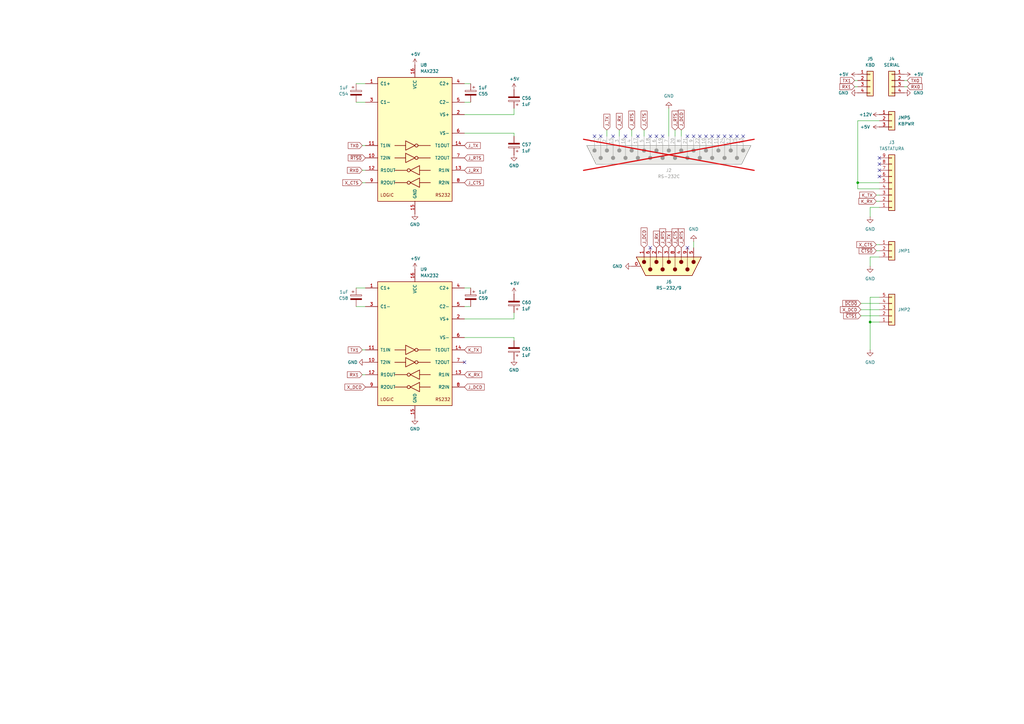
<source format=kicad_sch>
(kicad_sch (version 20231120) (generator "eeschema") (generator_version "8.0")
  (paper "A3")
  (lib_symbols
    (symbol "Connector:DB25_Plug" (pin_names (offset 1.016) hide)
      (property "Reference" "J" (at 0 34.29 0))
      (property "Value" "DB25_Plug" (at 0 -34.925 0))
      (symbol "DB25_Plug_0_1"
        (circle (center -1.778 -30.48) (radius 0.762) (fill (type outline)))
        (circle (center -1.778 -25.4) (radius 0.762) (fill (type outline)))
        (circle (center -1.778 -20.32) (radius 0.762) (fill (type outline)))
        (circle (center -1.778 -15.24) (radius 0.762) (fill (type outline)))
        (circle (center -1.778 -10.16) (radius 0.762) (fill (type outline)))
        (circle (center -1.778 -5.08) (radius 0.762) (fill (type outline)))
        (circle (center -1.778 0) (radius 0.762) (fill (type outline)))
        (circle (center -1.778 5.08) (radius 0.762) (fill (type outline)))
        (circle (center -1.778 10.16) (radius 0.762) (fill (type outline)))
        (circle (center -1.778 15.24) (radius 0.762) (fill (type outline)))
        (circle (center -1.778 20.32) (radius 0.762) (fill (type outline)))
        (circle (center -1.778 25.4) (radius 0.762) (fill (type outline)))
        (circle (center -1.778 30.48) (radius 0.762) (fill (type outline)))
        (polyline (pts (xy -3.81 -30.48) (xy -2.54 -30.48)))
        (polyline (pts (xy -3.81 -27.94) (xy 0.508 -27.94)))
        (polyline (pts (xy -3.81 -25.4) (xy -2.54 -25.4)))
        (polyline (pts (xy -3.81 -22.86) (xy 0.508 -22.86)))
        (polyline (pts (xy -3.81 -20.32) (xy -2.54 -20.32)))
        (polyline (pts (xy -3.81 -17.78) (xy 0.508 -17.78)))
        (polyline (pts (xy -3.81 -15.24) (xy -2.54 -15.24)))
        (polyline (pts (xy -3.81 -12.7) (xy 0.508 -12.7)))
        (polyline (pts (xy -3.81 -10.16) (xy -2.54 -10.16)))
        (polyline (pts (xy -3.81 -7.62) (xy 0.508 -7.62)))
        (polyline (pts (xy -3.81 -5.08) (xy -2.54 -5.08)))
        (polyline (pts (xy -3.81 -2.54) (xy 0.508 -2.54)))
        (polyline (pts (xy -3.81 0) (xy -2.54 0)))
        (polyline (pts (xy -3.81 2.54) (xy 0.508 2.54)))
        (polyline (pts (xy -3.81 5.08) (xy -2.54 5.08)))
        (polyline (pts (xy -3.81 7.62) (xy 0.508 7.62)))
        (polyline (pts (xy -3.81 10.16) (xy -2.54 10.16)))
        (polyline (pts (xy -3.81 12.7) (xy 0.508 12.7)))
        (polyline (pts (xy -3.81 15.24) (xy -2.54 15.24)))
        (polyline (pts (xy -3.81 17.78) (xy 0.508 17.78)))
        (polyline (pts (xy -3.81 20.32) (xy -2.54 20.32)))
        (polyline (pts (xy -3.81 22.86) (xy 0.508 22.86)))
        (polyline (pts (xy -3.81 25.4) (xy -2.54 25.4)))
        (polyline (pts (xy -3.81 27.94) (xy 0.508 27.94)))
        (polyline (pts (xy -3.81 30.48) (xy -2.54 30.48)))
        (polyline (pts (xy -3.81 -33.655) (xy 3.81 -29.845) (xy 3.81 29.845) (xy -3.81 33.655) (xy -3.81 -33.655)) (stroke (width 0.254)) (fill (type background)))
        (circle (center 1.27 -27.94) (radius 0.762) (fill (type outline)))
        (circle (center 1.27 -22.86) (radius 0.762) (fill (type outline)))
        (circle (center 1.27 -17.78) (radius 0.762) (fill (type outline)))
        (circle (center 1.27 -12.7) (radius 0.762) (fill (type outline)))
        (circle (center 1.27 -7.62) (radius 0.762) (fill (type outline)))
        (circle (center 1.27 -2.54) (radius 0.762) (fill (type outline)))
        (circle (center 1.27 2.54) (radius 0.762) (fill (type outline)))
        (circle (center 1.27 7.62) (radius 0.762) (fill (type outline)))
        (circle (center 1.27 12.7) (radius 0.762) (fill (type outline)))
        (circle (center 1.27 17.78) (radius 0.762) (fill (type outline)))
        (circle (center 1.27 22.86) (radius 0.762) (fill (type outline)))
        (circle (center 1.27 27.94) (radius 0.762) (fill (type outline)))
      )
      (symbol "DB25_Plug_1_1"
        (pin passive line (at -7.62 -30.48 0) (length 3.81) (name "1") (number "1"))
        (pin passive line (at -7.62 15.24 0) (length 3.81) (name "10") (number "10"))
        (pin passive line (at -7.62 20.32 0) (length 3.81) (name "11") (number "11"))
        (pin passive line (at -7.62 25.4 0) (length 3.81) (name "12") (number "12"))
        (pin passive line (at -7.62 30.48 0) (length 3.81) (name "13") (number "13"))
        (pin passive line (at -7.62 -27.94 0) (length 3.81) (name "P14") (number "14"))
        (pin passive line (at -7.62 -22.86 0) (length 3.81) (name "P15") (number "15"))
        (pin passive line (at -7.62 -17.78 0) (length 3.81) (name "P16") (number "16"))
        (pin passive line (at -7.62 -12.7 0) (length 3.81) (name "P17") (number "17"))
        (pin passive line (at -7.62 -7.62 0) (length 3.81) (name "P18") (number "18"))
        (pin passive line (at -7.62 -2.54 0) (length 3.81) (name "P19") (number "19"))
        (pin passive line (at -7.62 -25.4 0) (length 3.81) (name "2") (number "2"))
        (pin passive line (at -7.62 2.54 0) (length 3.81) (name "P20") (number "20"))
        (pin passive line (at -7.62 7.62 0) (length 3.81) (name "P21") (number "21"))
        (pin passive line (at -7.62 12.7 0) (length 3.81) (name "P22") (number "22"))
        (pin passive line (at -7.62 17.78 0) (length 3.81) (name "P23") (number "23"))
        (pin passive line (at -7.62 22.86 0) (length 3.81) (name "P24") (number "24"))
        (pin passive line (at -7.62 27.94 0) (length 3.81) (name "P25") (number "25"))
        (pin passive line (at -7.62 -20.32 0) (length 3.81) (name "3") (number "3"))
        (pin passive line (at -7.62 -15.24 0) (length 3.81) (name "4") (number "4"))
        (pin passive line (at -7.62 -10.16 0) (length 3.81) (name "5") (number "5"))
        (pin passive line (at -7.62 -5.08 0) (length 3.81) (name "6") (number "6"))
        (pin passive line (at -7.62 0 0) (length 3.81) (name "7") (number "7"))
        (pin passive line (at -7.62 5.08 0) (length 3.81) (name "8") (number "8"))
        (pin passive line (at -7.62 10.16 0) (length 3.81) (name "9") (number "9"))
      )
    )
    (symbol "Connector:DE9_Plug_MountingHoles" (pin_names (offset 1.016) hide)
      (property "Reference" "J" (at 0 16.51 0))
      (property "Value" "DE9_Plug_MountingHoles" (at 0 14.605 0))
      (symbol "DE9_Plug_MountingHoles_0_1"
        (circle (center -1.778 -10.16) (radius 0.762) (fill (type outline)))
        (circle (center -1.778 -5.08) (radius 0.762) (fill (type outline)))
        (circle (center -1.778 0) (radius 0.762) (fill (type outline)))
        (circle (center -1.778 5.08) (radius 0.762) (fill (type outline)))
        (circle (center -1.778 10.16) (radius 0.762) (fill (type outline)))
        (polyline (pts (xy -3.81 -10.16) (xy -2.54 -10.16)))
        (polyline (pts (xy -3.81 -7.62) (xy 0.508 -7.62)))
        (polyline (pts (xy -3.81 -5.08) (xy -2.54 -5.08)))
        (polyline (pts (xy -3.81 -2.54) (xy 0.508 -2.54)))
        (polyline (pts (xy -3.81 0) (xy -2.54 0)))
        (polyline (pts (xy -3.81 2.54) (xy 0.508 2.54)))
        (polyline (pts (xy -3.81 5.08) (xy -2.54 5.08)))
        (polyline (pts (xy -3.81 7.62) (xy 0.508 7.62)))
        (polyline (pts (xy -3.81 10.16) (xy -2.54 10.16)))
        (polyline (pts (xy -3.81 -13.335) (xy -3.81 13.335) (xy 3.81 9.525) (xy 3.81 -9.525) (xy -3.81 -13.335)) (stroke (width 0.254)) (fill (type background)))
        (circle (center 1.27 -7.62) (radius 0.762) (fill (type outline)))
        (circle (center 1.27 -2.54) (radius 0.762) (fill (type outline)))
        (circle (center 1.27 2.54) (radius 0.762) (fill (type outline)))
        (circle (center 1.27 7.62) (radius 0.762) (fill (type outline)))
      )
      (symbol "DE9_Plug_MountingHoles_1_1"
        (pin passive line (at 0 -15.24 90) (length 3.81) (name "PAD") (number "0"))
        (pin passive line (at -7.62 -10.16 0) (length 3.81) (name "1") (number "1"))
        (pin passive line (at -7.62 -5.08 0) (length 3.81) (name "2") (number "2"))
        (pin passive line (at -7.62 0 0) (length 3.81) (name "3") (number "3"))
        (pin passive line (at -7.62 5.08 0) (length 3.81) (name "4") (number "4"))
        (pin passive line (at -7.62 10.16 0) (length 3.81) (name "5") (number "5"))
        (pin passive line (at -7.62 -7.62 0) (length 3.81) (name "6") (number "6"))
        (pin passive line (at -7.62 -2.54 0) (length 3.81) (name "7") (number "7"))
        (pin passive line (at -7.62 2.54 0) (length 3.81) (name "8") (number "8"))
        (pin passive line (at -7.62 7.62 0) (length 3.81) (name "9") (number "9"))
      )
    )
    (symbol "Connector_Generic:Conn_01x03" (pin_names (offset 1.016) hide)
      (property "Reference" "J" (at 0 5.08 0))
      (property "Value" "Conn_01x03" (at 0 -5.08 0))
      (symbol "Conn_01x03_1_1"
        (rectangle (start -1.27 -2.413) (end 0 -2.667) (stroke (width 0.1524)))
        (rectangle (start -1.27 0.127) (end 0 -0.127) (stroke (width 0.1524)))
        (rectangle (start -1.27 2.667) (end 0 2.413) (stroke (width 0.1524)))
        (rectangle (start -1.27 3.81) (end 1.27 -3.81) (stroke (width 0.254)) (fill (type background)))
        (pin passive line (at -5.08 2.54 0) (length 3.81) (name "Pin_1") (number "1"))
        (pin passive line (at -5.08 0 0) (length 3.81) (name "Pin_2") (number "2"))
        (pin passive line (at -5.08 -2.54 0) (length 3.81) (name "Pin_3") (number "3"))
      )
    )
    (symbol "Connector_Generic:Conn_01x04" (pin_names (offset 1.016) hide)
      (property "Reference" "J" (at 0 5.08 0))
      (property "Value" "Conn_01x04" (at 0 -7.62 0))
      (symbol "Conn_01x04_1_1"
        (rectangle (start -1.27 -4.953) (end 0 -5.207) (stroke (width 0.1524)))
        (rectangle (start -1.27 -2.413) (end 0 -2.667) (stroke (width 0.1524)))
        (rectangle (start -1.27 0.127) (end 0 -0.127) (stroke (width 0.1524)))
        (rectangle (start -1.27 2.667) (end 0 2.413) (stroke (width 0.1524)))
        (rectangle (start -1.27 3.81) (end 1.27 -6.35) (stroke (width 0.254)) (fill (type background)))
        (pin passive line (at -5.08 2.54 0) (length 3.81) (name "Pin_1") (number "1"))
        (pin passive line (at -5.08 0 0) (length 3.81) (name "Pin_2") (number "2"))
        (pin passive line (at -5.08 -2.54 0) (length 3.81) (name "Pin_3") (number "3"))
        (pin passive line (at -5.08 -5.08 0) (length 3.81) (name "Pin_4") (number "4"))
      )
    )
    (symbol "Connector_Generic:Conn_01x05" (pin_names (offset 1.016) hide)
      (property "Reference" "J" (at 0 7.62 0))
      (property "Value" "Conn_01x05" (at 0 -7.62 0))
      (symbol "Conn_01x05_1_1"
        (rectangle (start -1.27 -4.953) (end 0 -5.207) (stroke (width 0.1524)))
        (rectangle (start -1.27 -2.413) (end 0 -2.667) (stroke (width 0.1524)))
        (rectangle (start -1.27 0.127) (end 0 -0.127) (stroke (width 0.1524)))
        (rectangle (start -1.27 2.667) (end 0 2.413) (stroke (width 0.1524)))
        (rectangle (start -1.27 5.207) (end 0 4.953) (stroke (width 0.1524)))
        (rectangle (start -1.27 6.35) (end 1.27 -6.35) (stroke (width 0.254)) (fill (type background)))
        (pin passive line (at -5.08 5.08 0) (length 3.81) (name "Pin_1") (number "1"))
        (pin passive line (at -5.08 2.54 0) (length 3.81) (name "Pin_2") (number "2"))
        (pin passive line (at -5.08 0 0) (length 3.81) (name "Pin_3") (number "3"))
        (pin passive line (at -5.08 -2.54 0) (length 3.81) (name "Pin_4") (number "4"))
        (pin passive line (at -5.08 -5.08 0) (length 3.81) (name "Pin_5") (number "5"))
      )
    )
    (symbol "Connector_Generic:Conn_01x09" (pin_names (offset 1.016) hide)
      (property "Reference" "J" (at 0 12.7 0))
      (property "Value" "Conn_01x09" (at 0 -12.7 0))
      (symbol "Conn_01x09_1_1"
        (rectangle (start -1.27 -10.033) (end 0 -10.287) (stroke (width 0.1524)))
        (rectangle (start -1.27 -7.493) (end 0 -7.747) (stroke (width 0.1524)))
        (rectangle (start -1.27 -4.953) (end 0 -5.207) (stroke (width 0.1524)))
        (rectangle (start -1.27 -2.413) (end 0 -2.667) (stroke (width 0.1524)))
        (rectangle (start -1.27 0.127) (end 0 -0.127) (stroke (width 0.1524)))
        (rectangle (start -1.27 2.667) (end 0 2.413) (stroke (width 0.1524)))
        (rectangle (start -1.27 5.207) (end 0 4.953) (stroke (width 0.1524)))
        (rectangle (start -1.27 7.747) (end 0 7.493) (stroke (width 0.1524)))
        (rectangle (start -1.27 10.287) (end 0 10.033) (stroke (width 0.1524)))
        (rectangle (start -1.27 11.43) (end 1.27 -11.43) (stroke (width 0.254)) (fill (type background)))
        (pin passive line (at -5.08 10.16 0) (length 3.81) (name "Pin_1") (number "1"))
        (pin passive line (at -5.08 7.62 0) (length 3.81) (name "Pin_2") (number "2"))
        (pin passive line (at -5.08 5.08 0) (length 3.81) (name "Pin_3") (number "3"))
        (pin passive line (at -5.08 2.54 0) (length 3.81) (name "Pin_4") (number "4"))
        (pin passive line (at -5.08 0 0) (length 3.81) (name "Pin_5") (number "5"))
        (pin passive line (at -5.08 -2.54 0) (length 3.81) (name "Pin_6") (number "6"))
        (pin passive line (at -5.08 -5.08 0) (length 3.81) (name "Pin_7") (number "7"))
        (pin passive line (at -5.08 -7.62 0) (length 3.81) (name "Pin_8") (number "8"))
        (pin passive line (at -5.08 -10.16 0) (length 3.81) (name "Pin_9") (number "9"))
      )
    )
    (symbol "Device:C_Polarized" (pin_numbers hide) (pin_names (offset 0.254))
      (property "Reference" "C" (at 0.635 2.54 0))
      (property "Value" "C_Polarized" (at 0.635 -2.54 0))
      (symbol "C_Polarized_0_1"
        (rectangle (start -2.286 0.508) (end 2.286 1.016))
        (polyline (pts (xy -1.778 2.286) (xy -0.762 2.286)))
        (polyline (pts (xy -1.27 2.794) (xy -1.27 1.778)))
        (rectangle (start 2.286 -0.508) (end -2.286 -1.016) (fill (type outline)))
      )
      (symbol "C_Polarized_1_1"
        (pin passive line (at 0 3.81 270) (length 2.794) (name "~") (number "1"))
        (pin passive line (at 0 -3.81 90) (length 2.794) (name "~") (number "2"))
      )
    )
    (symbol "Interface_UART:MAX232" (pin_names (offset 1.016))
      (property "Reference" "U" (at -2.54 28.575 0))
      (property "Value" "MAX232" (at -2.54 26.67 0))
      (symbol "MAX232_0_0"
        (text "LOGIC" (at -11.43 -22.86 0) (effects (font (size 1.27 1.27))))
        (text "RS232" (at 11.43 -22.86 0) (effects (font (size 1.27 1.27))))
      )
      (symbol "MAX232_0_1"
        (rectangle (start -15.24 -25.4) (end 15.24 25.4) (stroke (width 0.254)) (fill (type background)))
        (circle (center -2.54 -17.78) (radius 0.635) (stroke (width 0.254)))
        (circle (center -2.54 -12.7) (radius 0.635) (stroke (width 0.254)))
        (polyline (pts (xy -3.81 -7.62) (xy -8.255 -7.62)) (stroke (width 0.254)))
        (polyline (pts (xy -3.81 -2.54) (xy -8.255 -2.54)) (stroke (width 0.254)))
        (polyline (pts (xy -3.175 -17.78) (xy -8.255 -17.78)) (stroke (width 0.254)))
        (polyline (pts (xy -3.175 -12.7) (xy -8.255 -12.7)) (stroke (width 0.254)))
        (polyline (pts (xy 1.27 -7.62) (xy 6.35 -7.62)) (stroke (width 0.254)))
        (polyline (pts (xy 1.27 -2.54) (xy 6.35 -2.54)) (stroke (width 0.254)))
        (polyline (pts (xy 1.905 -17.78) (xy 6.35 -17.78)) (stroke (width 0.254)))
        (polyline (pts (xy 1.905 -12.7) (xy 6.35 -12.7)) (stroke (width 0.254)))
        (polyline (pts (xy -3.81 -5.715) (xy -3.81 -9.525) (xy 0 -7.62) (xy -3.81 -5.715)) (stroke (width 0.254)))
        (polyline (pts (xy -3.81 -0.635) (xy -3.81 -4.445) (xy 0 -2.54) (xy -3.81 -0.635)) (stroke (width 0.254)))
        (polyline (pts (xy 1.905 -15.875) (xy 1.905 -19.685) (xy -1.905 -17.78) (xy 1.905 -15.875)) (stroke (width 0.254)))
        (polyline (pts (xy 1.905 -10.795) (xy 1.905 -14.605) (xy -1.905 -12.7) (xy 1.905 -10.795)) (stroke (width 0.254)))
        (circle (center 0.635 -7.62) (radius 0.635) (stroke (width 0.254)))
        (circle (center 0.635 -2.54) (radius 0.635) (stroke (width 0.254)))
      )
      (symbol "MAX232_1_1"
        (pin passive line (at -20.32 22.86 0) (length 5.08) (name "C1+") (number "1"))
        (pin input line (at -20.32 -7.62 0) (length 5.08) (name "T2IN") (number "10"))
        (pin input line (at -20.32 -2.54 0) (length 5.08) (name "T1IN") (number "11"))
        (pin output line (at -20.32 -12.7 0) (length 5.08) (name "R1OUT") (number "12"))
        (pin input line (at 20.32 -12.7 180) (length 5.08) (name "R1IN") (number "13"))
        (pin output line (at 20.32 -2.54 180) (length 5.08) (name "T1OUT") (number "14"))
        (pin power_in line (at 0 -30.48 90) (length 5.08) (name "GND") (number "15"))
        (pin power_in line (at 0 30.48 270) (length 5.08) (name "VCC") (number "16"))
        (pin power_out line (at 20.32 10.16 180) (length 5.08) (name "VS+") (number "2"))
        (pin passive line (at -20.32 15.24 0) (length 5.08) (name "C1-") (number "3"))
        (pin passive line (at 20.32 22.86 180) (length 5.08) (name "C2+") (number "4"))
        (pin passive line (at 20.32 15.24 180) (length 5.08) (name "C2-") (number "5"))
        (pin power_out line (at 20.32 2.54 180) (length 5.08) (name "VS-") (number "6"))
        (pin output line (at 20.32 -7.62 180) (length 5.08) (name "T2OUT") (number "7"))
        (pin input line (at 20.32 -17.78 180) (length 5.08) (name "R2IN") (number "8"))
        (pin output line (at -20.32 -17.78 0) (length 5.08) (name "R2OUT") (number "9"))
      )
    )
    (symbol "power:+12V" (power) (pin_numbers hide) (pin_names (offset 0) hide)
      (property "Value" "+12V" (at 0 3.556 0))
      (symbol "+12V_0_1"
        (polyline (pts (xy -0.762 1.27) (xy 0 2.54)))
        (polyline (pts (xy 0 0) (xy 0 2.54)))
        (polyline (pts (xy 0 2.54) (xy 0.762 1.27)))
      )
      (symbol "+12V_1_1"
        (pin power_in line (at 0 0 90) (length 0) (name "~") (number "1"))
      )
    )
    (symbol "power:+5V" (power) (pin_numbers hide) (pin_names (offset 0) hide)
      (property "Value" "+5V" (at 0 3.556 0))
      (symbol "+5V_0_1"
        (polyline (pts (xy -0.762 1.27) (xy 0 2.54)))
        (polyline (pts (xy 0 0) (xy 0 2.54)))
        (polyline (pts (xy 0 2.54) (xy 0.762 1.27)))
      )
      (symbol "+5V_1_1"
        (pin power_in line (at 0 0 90) (length 0) (name "~") (number "1"))
      )
    )
    (symbol "power:GND" (power) (pin_numbers hide) (pin_names (offset 0) hide)
      (property "Value" "GND" (at 0 -3.81 0))
      (symbol "GND_0_1"
        (polyline (pts (xy 0 0) (xy 0 -1.27) (xy 1.27 -1.27) (xy 0 -2.54) (xy -1.27 -1.27) (xy 0 -1.27)))
      )
      (symbol "GND_1_1"
        (pin power_in line (at 0 0 270) (length 0) (name "~") (number "1"))
      )
    )
  )
  (junction (at 351.79 74.93))
  (junction (at 356.87 132.08))
  (no_connect (at 299.72 55.88))
  (no_connect (at 271.78 55.88))
  (no_connect (at 246.38 55.88))
  (no_connect (at 261.62 55.88))
  (no_connect (at 360.68 72.39))
  (no_connect (at 281.94 101.6))
  (no_connect (at 251.46 55.88))
  (no_connect (at 243.84 55.88))
  (no_connect (at 297.18 55.88))
  (no_connect (at 360.68 67.31))
  (no_connect (at 289.56 55.88))
  (no_connect (at 360.68 69.85))
  (no_connect (at 269.24 55.88))
  (no_connect (at 266.7 55.88))
  (no_connect (at 284.48 55.88))
  (no_connect (at 360.68 64.77))
  (no_connect (at 292.1 55.88))
  (no_connect (at 287.02 55.88))
  (no_connect (at 294.64 55.88))
  (no_connect (at 266.7 101.6))
  (no_connect (at 304.8 55.88))
  (no_connect (at 281.94 55.88))
  (no_connect (at 256.54 55.88))
  (no_connect (at 302.26 55.88))
  (no_connect (at 190.5 148.59))
  (wire (pts (xy 190.5 118.11) (xy 193.04 118.11)))
  (wire (pts (xy 284.48 99.06) (xy 284.48 101.6)))
  (wire (pts (xy 264.16 53.34) (xy 264.16 55.88)))
  (wire (pts (xy 149.86 153.67) (xy 148.59 153.67)))
  (wire (pts (xy 356.87 121.92) (xy 356.87 132.08)))
  (wire (pts (xy 210.82 54.61) (xy 190.5 54.61)))
  (wire (pts (xy 149.86 69.85) (xy 148.59 69.85)))
  (wire (pts (xy 372.11 35.56) (xy 370.84 35.56)))
  (wire (pts (xy 356.87 85.09) (xy 356.87 88.9)))
  (wire (pts (xy 350.52 35.56) (xy 351.79 35.56)))
  (wire (pts (xy 359.41 100.33) (xy 360.68 100.33)))
  (wire (pts (xy 146.05 41.91) (xy 149.86 41.91)))
  (wire (pts (xy 146.05 125.73) (xy 149.86 125.73)))
  (wire (pts (xy 146.05 118.11) (xy 149.86 118.11)))
  (wire (pts (xy 210.82 128.27) (xy 210.82 130.81)))
  (wire (pts (xy 351.79 49.53) (xy 351.79 74.93)))
  (wire (pts (xy 190.5 41.91) (xy 193.04 41.91)))
  (wire (pts (xy 353.06 127) (xy 360.68 127)))
  (wire (pts (xy 360.68 49.53) (xy 351.79 49.53)))
  (wire (pts (xy 146.05 34.29) (xy 149.86 34.29)))
  (wire (pts (xy 210.82 138.43) (xy 190.5 138.43)))
  (wire (pts (xy 356.87 132.08) (xy 356.87 143.51)))
  (wire (pts (xy 254 53.34) (xy 254 55.88)))
  (wire (pts (xy 359.41 80.01) (xy 360.68 80.01)))
  (wire (pts (xy 276.86 53.34) (xy 276.86 55.88)))
  (wire (pts (xy 359.41 102.87) (xy 360.68 102.87)))
  (wire (pts (xy 360.68 121.92) (xy 356.87 121.92)))
  (wire (pts (xy 356.87 132.08) (xy 360.68 132.08)))
  (wire (pts (xy 360.68 85.09) (xy 356.87 85.09)))
  (wire (pts (xy 210.82 46.99) (xy 190.5 46.99)))
  (wire (pts (xy 210.82 130.81) (xy 190.5 130.81)))
  (wire (pts (xy 351.79 33.02) (xy 350.52 33.02)))
  (wire (pts (xy 274.32 44.45) (xy 274.32 55.88)))
  (wire (pts (xy 210.82 55.88) (xy 210.82 54.61)))
  (wire (pts (xy 353.06 129.54) (xy 360.68 129.54)))
  (wire (pts (xy 351.79 77.47) (xy 360.68 77.47)))
  (wire (pts (xy 149.86 143.51) (xy 148.59 143.51)))
  (wire (pts (xy 149.86 59.69) (xy 148.59 59.69)))
  (wire (pts (xy 210.82 44.45) (xy 210.82 46.99)))
  (wire (pts (xy 148.59 74.93) (xy 149.86 74.93)))
  (wire (pts (xy 210.82 139.7) (xy 210.82 138.43)))
  (wire (pts (xy 248.92 55.88) (xy 248.92 53.34)))
  (wire (pts (xy 351.79 74.93) (xy 351.79 77.47)))
  (wire (pts (xy 259.08 53.34) (xy 259.08 55.88)))
  (wire (pts (xy 356.87 105.41) (xy 356.87 109.22)))
  (wire (pts (xy 279.4 53.34) (xy 279.4 55.88)))
  (wire (pts (xy 353.06 124.46) (xy 360.68 124.46)))
  (wire (pts (xy 372.11 33.02) (xy 370.84 33.02)))
  (wire (pts (xy 190.5 125.73) (xy 193.04 125.73)))
  (wire (pts (xy 360.68 105.41) (xy 356.87 105.41)))
  (wire (pts (xy 359.41 82.55) (xy 360.68 82.55)))
  (wire (pts (xy 351.79 74.93) (xy 360.68 74.93)))
  (wire (pts (xy 190.5 34.29) (xy 193.04 34.29)))
  (global_label "TX1" (shape input) (at 148.59 143.51 180) (property "Intersheetrefs" "${INTERSHEET_REFS}" (effects (hide yes))))
  (global_label "J_RTS" (shape input) (at 279.4 101.6 90) (property "Intersheetrefs" "${INTERSHEET_REFS}" (effects (hide yes))))
  (global_label "~{RTS0}" (shape input) (at 149.86 64.77 180) (property "Intersheetrefs" "${INTERSHEET_REFS}" (effects (hide yes))))
  (global_label "X_DCD" (shape input) (at 149.86 158.75 180) (property "Intersheetrefs" "${INTERSHEET_REFS}" (effects (hide yes))))
  (global_label "J_RTS" (shape input) (at 276.86 53.34 90) (property "Intersheetrefs" "${INTERSHEET_REFS}" (effects (hide yes))))
  (global_label "J_DCD" (shape input) (at 264.16 101.6 90) (property "Intersheetrefs" "${INTERSHEET_REFS}" (effects (hide yes))))
  (global_label "J_RTS" (shape input) (at 259.08 53.34 90) (property "Intersheetrefs" "${INTERSHEET_REFS}" (effects (hide yes))))
  (global_label "TX1" (shape input) (at 350.52 33.02 180) (property "Intersheetrefs" "${INTERSHEET_REFS}" (effects (hide yes))))
  (global_label "RX0" (shape input) (at 372.11 35.56 0) (property "Intersheetrefs" "${INTERSHEET_REFS}" (effects (hide yes))))
  (global_label "RX1" (shape input) (at 350.52 35.56 180) (property "Intersheetrefs" "${INTERSHEET_REFS}" (effects (hide yes))))
  (global_label "X_CTS" (shape input) (at 148.59 74.93 180) (property "Intersheetrefs" "${INTERSHEET_REFS}" (effects (hide yes))))
  (global_label "K_RX" (shape input) (at 359.41 82.55 180) (property "Intersheetrefs" "${INTERSHEET_REFS}" (effects (hide yes))))
  (global_label "TX0" (shape input) (at 148.59 59.69 180) (property "Intersheetrefs" "${INTERSHEET_REFS}" (effects (hide yes))))
  (global_label "RX1" (shape input) (at 148.59 153.67 180) (property "Intersheetrefs" "${INTERSHEET_REFS}" (effects (hide yes))))
  (global_label "K_TX" (shape input) (at 190.5 143.51 0) (property "Intersheetrefs" "${INTERSHEET_REFS}" (effects (hide yes))))
  (global_label "J_CTS" (shape input) (at 264.16 53.34 90) (property "Intersheetrefs" "${INTERSHEET_REFS}" (effects (hide yes))))
  (global_label "J_RTS" (shape input) (at 271.78 101.6 90) (property "Intersheetrefs" "${INTERSHEET_REFS}" (effects (hide yes))))
  (global_label "J_DCD" (shape input) (at 279.4 53.34 90) (property "Intersheetrefs" "${INTERSHEET_REFS}" (effects (hide yes))))
  (global_label "J_TX" (shape input) (at 248.92 53.34 90) (property "Intersheetrefs" "${INTERSHEET_REFS}" (effects (hide yes))))
  (global_label "~{DCD0}" (shape input) (at 353.06 124.46 180) (property "Intersheetrefs" "${INTERSHEET_REFS}" (effects (hide yes))))
  (global_label "~{CTS0}" (shape input) (at 359.41 102.87 180) (property "Intersheetrefs" "${INTERSHEET_REFS}" (effects (hide yes))))
  (global_label "J_RX" (shape input) (at 190.5 69.85 0) (property "Intersheetrefs" "${INTERSHEET_REFS}" (effects (hide yes))))
  (global_label "~{CTS1}" (shape input) (at 353.06 129.54 180) (property "Intersheetrefs" "${INTERSHEET_REFS}" (effects (hide yes))))
  (global_label "J_TX" (shape input) (at 274.32 101.6 90) (property "Intersheetrefs" "${INTERSHEET_REFS}" (effects (hide yes))))
  (global_label "J_RX" (shape input) (at 269.24 101.6 90) (property "Intersheetrefs" "${INTERSHEET_REFS}" (effects (hide yes))))
  (global_label "J_RX" (shape input) (at 254 53.34 90) (property "Intersheetrefs" "${INTERSHEET_REFS}" (effects (hide yes))))
  (global_label "RX0" (shape input) (at 148.59 69.85 180) (property "Intersheetrefs" "${INTERSHEET_REFS}" (effects (hide yes))))
  (global_label "TX0" (shape input) (at 372.11 33.02 0) (property "Intersheetrefs" "${INTERSHEET_REFS}" (effects (hide yes))))
  (global_label "K_RX" (shape input) (at 190.5 153.67 0) (property "Intersheetrefs" "${INTERSHEET_REFS}" (effects (hide yes))))
  (global_label "J_TX" (shape input) (at 190.5 59.69 0) (property "Intersheetrefs" "${INTERSHEET_REFS}" (effects (hide yes))))
  (global_label "J_DCD" (shape input) (at 190.5 158.75 0) (property "Intersheetrefs" "${INTERSHEET_REFS}" (effects (hide yes))))
  (global_label "J_CTS" (shape input) (at 190.5 74.93 0) (property "Intersheetrefs" "${INTERSHEET_REFS}" (effects (hide yes))))
  (global_label "J_RTS" (shape input) (at 190.5 64.77 0) (property "Intersheetrefs" "${INTERSHEET_REFS}" (effects (hide yes))))
  (global_label "J_CTS" (shape input) (at 276.86 101.6 90) (property "Intersheetrefs" "${INTERSHEET_REFS}" (effects (hide yes))))
  (global_label "K_TX" (shape input) (at 359.41 80.01 180) (property "Intersheetrefs" "${INTERSHEET_REFS}" (effects (hide yes))))
  (global_label "X_DCD" (shape input) (at 353.06 127 180) (property "Intersheetrefs" "${INTERSHEET_REFS}" (effects (hide yes))))
  (global_label "X_CTS" (shape input) (at 359.41 100.33 180) (property "Intersheetrefs" "${INTERSHEET_REFS}" (effects (hide yes))))
  (symbol (lib_id "Device:C_Polarized") (at 193.04 38.1 0) (mirror y) (unit 1)
    (property "Reference" "C55" (at 196.215 38.481 0) (effects (justify right)))
    (property "Value" "1uF" (at 196.215 35.941 0) (effects (justify right)))
    (property "Footprint" "011TIM:Electrolytic Capacitor Radial" (effects (hide yes)))
    (property "Description" "Polarized capacitor" (effects (hide yes)))
  )
  (symbol (lib_id "Connector_Generic:Conn_01x03") (at 365.76 102.87 0) (unit 1)
    (property "Reference" "JMP1" (at 368.3 102.8699 0) (effects (justify left)))
    (property "Value" "Conn_01x03" (effects (hide yes)))
    (property "Footprint" "011TIM:PinHeader_1x03 2.54mm" (effects (hide yes)))
    (property "Description" "Generic connector, single row, 01x03, script generated (kicad-library-utils/schlib/autogen/connector/)" (effects (hide yes)))
  )
  (symbol (lib_id "power:GND") (at 274.32 44.45 180) (unit 1)
    (property "Reference" "#PWR038" (effects (hide yes)))
    (property "Value" "GND" (at 274.32 39.37 0))
    (property "Description" "Power symbol creates a global label with name \"GND\" , ground" (effects (hide yes)))
  )
  (symbol (lib_id "Interface_UART:MAX232") (at 170.18 57.15 0) (unit 1)
    (property "Reference" "U8" (at 172.3741 26.67 0) (effects (justify left)))
    (property "Value" "MAX232" (at 172.3741 29.21 0) (effects (justify left)))
    (property "Footprint" "011TIM:DIP-16_W7.62mm" (effects (hide yes)))
    (property "Datasheet" "http://www.ti.com/lit/ds/symlink/max232.pdf" (effects (hide yes)))
    (property "Description" "Dual RS232 driver/receiver, 5V supply, 120kb/s, 0C-70C" (effects (hide yes)))
  )
  (symbol (lib_id "Device:C_Polarized") (at 146.05 121.92 0) (unit 1)
    (property "Reference" "C58" (at 142.875 122.301 0) (effects (justify right)))
    (property "Value" "1uF" (at 142.875 119.761 0) (effects (justify right)))
    (property "Footprint" "011TIM:Electrolytic Capacitor Radial" (effects (hide yes)))
    (property "Description" "Polarized capacitor" (effects (hide yes)))
  )
  (symbol (lib_id "Device:C_Polarized") (at 210.82 59.69 180) (unit 1)
    (property "Reference" "C57" (at 213.995 59.309 0) (effects (justify right)))
    (property "Value" "1uF" (at 213.995 61.849 0) (effects (justify right)))
    (property "Footprint" "011TIM:Electrolytic Capacitor Radial" (effects (hide yes)))
    (property "Description" "Polarized capacitor" (effects (hide yes)))
  )
  (symbol (lib_id "power:GND") (at 210.82 63.5 0) (unit 1)
    (property "Reference" "#PWR0201" (effects (hide yes)))
    (property "Value" "GND" (at 210.82 67.945 0))
    (property "Description" "Power symbol creates a global label with name \"GND\" , ground" (effects (hide yes)))
  )
  (symbol (lib_id "Interface_UART:MAX232") (at 170.18 140.97 0) (unit 1)
    (property "Reference" "U9" (at 172.3741 110.49 0) (effects (justify left)))
    (property "Value" "MAX232" (at 172.3741 113.03 0) (effects (justify left)))
    (property "Footprint" "011TIM:DIP-16_W7.62mm" (effects (hide yes)))
    (property "Datasheet" "http://www.ti.com/lit/ds/symlink/max232.pdf" (effects (hide yes)))
    (property "Description" "Dual RS232 driver/receiver, 5V supply, 120kb/s, 0C-70C" (effects (hide yes)))
  )
  (symbol (lib_id "Connector:DB25_Plug") (at 274.32 63.5 270) (unit 1) (exclude_from_sim yes) (in_bom no) (on_board no) (dnp yes)
    (property "Reference" "J2" (at 274.32 69.85 90))
    (property "Value" "RS-232C" (at 274.32 72.39 90))
    (property "Footprint" "011TIM:RS232C" (effects (hide yes)))
    (property "Description" "25-pin male plug pin D-SUB connector" (effects (hide yes)))
  )
  (symbol (lib_id "power:+12V") (at 360.68 46.99 90) (unit 1)
    (property "Reference" "#PWR033" (effects (hide yes)))
    (property "Value" "+12V" (at 357.632 46.99 90) (effects (justify left)))
    (property "Description" "Power symbol creates a global label with name \"+12V\"" (effects (hide yes)))
  )
  (symbol (lib_id "power:GND") (at 259.08 109.22 270) (mirror x) (unit 1)
    (property "Reference" "#PWR0196" (effects (hide yes)))
    (property "Value" "GND" (at 255.27 109.2199 90) (effects (justify right)))
    (property "Description" "Power symbol creates a global label with name \"GND\" , ground" (effects (hide yes)))
  )
  (symbol (lib_id "Connector_Generic:Conn_01x05") (at 365.76 127 0) (mirror x) (unit 1)
    (property "Reference" "JMP2" (at 370.84 127 0))
    (property "Footprint" "011TIM:PinHeader_1x05_2.54mm_Alt" (effects (hide yes)))
    (property "Description" "Generic connector, single row, 01x05, script generated (kicad-library-utils/schlib/autogen/connector/)" (effects (hide yes)))
  )
  (symbol (lib_id "Connector:DE9_Plug_MountingHoles") (at 274.32 109.22 270) (unit 1)
    (property "Reference" "J6" (at 274.32 115.57 90))
    (property "Value" "RS-232/9" (at 274.32 118.11 90))
    (property "Footprint" "011TIM:SERIAL9" (effects (hide yes)))
    (property "Description" "9-pin male plug pin D-SUB connector, Mounting Hole" (effects (hide yes)))
  )
  (symbol (lib_id "power:+5V") (at 370.84 30.48 270) (unit 1)
    (property "Reference" "#PWR0186" (effects (hide yes)))
    (property "Value" "+5V" (at 374.65 30.4799 90) (effects (justify left)))
    (property "Description" "Power symbol creates a global label with name \"+5V\"" (effects (hide yes)))
  )
  (symbol (lib_id "power:GND") (at 351.79 38.1 270) (mirror x) (unit 1)
    (property "Reference" "#PWR0188" (effects (hide yes)))
    (property "Value" "GND" (at 347.98 38.0999 90) (effects (justify right)))
    (property "Description" "Power symbol creates a global label with name \"GND\" , ground" (effects (hide yes)))
  )
  (symbol (lib_id "power:GND") (at 356.87 143.51 0) (unit 1)
    (property "Reference" "#PWR034" (effects (hide yes)))
    (property "Value" "GND" (at 356.87 148.59 0))
    (property "Description" "Power symbol creates a global label with name \"GND\" , ground" (effects (hide yes)))
  )
  (symbol (lib_id "Device:C_Polarized") (at 146.05 38.1 0) (unit 1)
    (property "Reference" "C54" (at 142.875 38.481 0) (effects (justify right)))
    (property "Value" "1uF" (at 142.875 35.941 0) (effects (justify right)))
    (property "Footprint" "011TIM:Electrolytic Capacitor Radial" (effects (hide yes)))
    (property "Description" "Polarized capacitor" (effects (hide yes)))
  )
  (symbol (lib_id "power:GND") (at 170.18 171.45 0) (unit 1)
    (property "Reference" "#PWR0204" (effects (hide yes)))
    (property "Value" "GND" (at 170.18 175.895 0))
    (property "Description" "Power symbol creates a global label with name \"GND\" , ground" (effects (hide yes)))
  )
  (symbol (lib_id "power:GND") (at 356.87 88.9 0) (unit 1)
    (property "Reference" "#PWR035" (effects (hide yes)))
    (property "Value" "GND" (at 356.87 93.98 0))
    (property "Description" "Power symbol creates a global label with name \"GND\" , ground" (effects (hide yes)))
  )
  (symbol (lib_id "power:GND") (at 370.84 38.1 90) (unit 1)
    (property "Reference" "#PWR0185" (effects (hide yes)))
    (property "Value" "GND" (at 374.65 38.0999 90) (effects (justify right)))
    (property "Description" "Power symbol creates a global label with name \"GND\" , ground" (effects (hide yes)))
  )
  (symbol (lib_id "power:+5V") (at 170.18 110.49 0) (unit 1)
    (property "Reference" "#PWR0203" (effects (hide yes)))
    (property "Value" "+5V" (at 168.275 106.045 0) (effects (justify left)))
    (property "Description" "Power symbol creates a global label with name \"+5V\"" (effects (hide yes)))
  )
  (symbol (lib_id "Connector_Generic:Conn_01x04") (at 356.87 33.02 0) (unit 1)
    (property "Reference" "J5" (at 356.87 24.13 0))
    (property "Value" "KBD" (at 356.87 26.67 0))
    (property "Footprint" "011TIM:PinHeader_1x04_2.54mm" (effects (hide yes)))
    (property "Description" "Generic connector, single row, 01x04, script generated (kicad-library-utils/schlib/autogen/connector/)" (effects (hide yes)))
  )
  (symbol (lib_id "power:+5V") (at 360.68 52.07 90) (unit 1)
    (property "Reference" "#PWR0191" (effects (hide yes)))
    (property "Value" "+5V" (at 356.87 52.0699 90) (effects (justify left)))
    (property "Description" "Power symbol creates a global label with name \"+5V\"" (effects (hide yes)))
  )
  (symbol (lib_id "power:+5V") (at 170.18 26.67 0) (unit 1)
    (property "Reference" "#PWR0197" (effects (hide yes)))
    (property "Value" "+5V" (at 168.275 22.225 0) (effects (justify left)))
    (property "Description" "Power symbol creates a global label with name \"+5V\"" (effects (hide yes)))
  )
  (symbol (lib_id "Device:C_Polarized") (at 193.04 121.92 0) (mirror y) (unit 1)
    (property "Reference" "C59" (at 196.215 122.301 0) (effects (justify right)))
    (property "Value" "1uF" (at 196.215 119.761 0) (effects (justify right)))
    (property "Footprint" "011TIM:Electrolytic Capacitor Radial" (effects (hide yes)))
    (property "Description" "Polarized capacitor" (effects (hide yes)))
  )
  (symbol (lib_id "power:GND") (at 210.82 147.32 0) (unit 1)
    (property "Reference" "#PWR0207" (effects (hide yes)))
    (property "Value" "GND" (at 210.82 151.765 0))
    (property "Description" "Power symbol creates a global label with name \"GND\" , ground" (effects (hide yes)))
  )
  (symbol (lib_id "Device:C_Polarized") (at 210.82 143.51 180) (unit 1)
    (property "Reference" "C61" (at 213.995 143.129 0) (effects (justify right)))
    (property "Value" "1uF" (at 213.995 145.669 0) (effects (justify right)))
    (property "Footprint" "011TIM:Electrolytic Capacitor Radial" (effects (hide yes)))
    (property "Description" "Polarized capacitor" (effects (hide yes)))
  )
  (symbol (lib_id "Connector_Generic:Conn_01x03") (at 365.76 49.53 0) (unit 1)
    (property "Reference" "JMP5" (at 368.3 48.2599 0) (effects (justify left)))
    (property "Value" "KBPWR" (at 368.3 50.7999 0) (effects (justify left)))
    (property "Footprint" "011TIM:PinHeader_1x03 2.54mm" (effects (hide yes)))
    (property "Description" "Generic connector, single row, 01x03, script generated (kicad-library-utils/schlib/autogen/connector/)" (effects (hide yes)))
  )
  (symbol (lib_id "power:+5V") (at 210.82 120.65 0) (unit 1)
    (property "Reference" "#PWR0206" (effects (hide yes)))
    (property "Value" "+5V" (at 208.915 116.205 0) (effects (justify left)))
    (property "Description" "Power symbol creates a global label with name \"+5V\"" (effects (hide yes)))
  )
  (symbol (lib_id "power:+5V") (at 210.82 36.83 0) (unit 1)
    (property "Reference" "#PWR0200" (effects (hide yes)))
    (property "Value" "+5V" (at 208.915 32.385 0) (effects (justify left)))
    (property "Description" "Power symbol creates a global label with name \"+5V\"" (effects (hide yes)))
  )
  (symbol (lib_id "Connector_Generic:Conn_01x09") (at 365.76 74.93 0) (mirror x) (unit 1)
    (property "Reference" "J3" (at 365.76 58.42 0))
    (property "Value" "TASTATURA" (at 365.76 60.96 0))
    (property "Footprint" "011TIM:KEYBOARD2" (effects (hide yes)))
    (property "Description" "Generic connector, single row, 01x09, script generated (kicad-library-utils/schlib/autogen/connector/)" (effects (hide yes)))
  )
  (symbol (lib_id "Device:C_Polarized") (at 210.82 40.64 180) (unit 1)
    (property "Reference" "C56" (at 213.995 40.259 0) (effects (justify right)))
    (property "Value" "1uF" (at 213.995 42.799 0) (effects (justify right)))
    (property "Footprint" "011TIM:Electrolytic Capacitor Radial" (effects (hide yes)))
    (property "Description" "Polarized capacitor" (effects (hide yes)))
  )
  (symbol (lib_id "Connector_Generic:Conn_01x04") (at 365.76 33.02 0) (mirror y) (unit 1)
    (property "Reference" "J4" (at 365.76 24.13 0))
    (property "Value" "SERIAL" (at 365.76 26.67 0))
    (property "Footprint" "011TIM:PinHeader_1x04_2.54mm" (effects (hide yes)))
    (property "Description" "Generic connector, single row, 01x04, script generated (kicad-library-utils/schlib/autogen/connector/)" (effects (hide yes)))
  )
  (symbol (lib_id "power:GND") (at 170.18 87.63 0) (unit 1)
    (property "Reference" "#PWR0198" (effects (hide yes)))
    (property "Value" "GND" (at 170.18 92.075 0))
    (property "Description" "Power symbol creates a global label with name \"GND\" , ground" (effects (hide yes)))
  )
  (symbol (lib_id "power:+5V") (at 351.79 30.48 90) (mirror x) (unit 1)
    (property "Reference" "#PWR0187" (effects (hide yes)))
    (property "Value" "+5V" (at 347.98 30.4799 90) (effects (justify left)))
    (property "Description" "Power symbol creates a global label with name \"+5V\"" (effects (hide yes)))
  )
  (symbol (lib_id "power:GND") (at 356.87 109.22 0) (unit 1)
    (property "Reference" "#PWR039" (effects (hide yes)))
    (property "Value" "GND" (at 356.87 114.3 0))
    (property "Description" "Power symbol creates a global label with name \"GND\" , ground" (effects (hide yes)))
  )
  (symbol (lib_id "power:GND") (at 149.86 148.59 270) (unit 1)
    (property "Reference" "#PWR0202" (effects (hide yes)))
    (property "Value" "GND" (at 146.685 148.59 90) (effects (justify right)))
    (property "Description" "Power symbol creates a global label with name \"GND\" , ground" (effects (hide yes)))
  )
  (symbol (lib_id "power:GND") (at 284.48 99.06 180) (unit 1)
    (property "Reference" "#PWR0199" (effects (hide yes)))
    (property "Value" "GND" (at 284.48 93.98 0))
    (property "Description" "Power symbol creates a global label with name \"GND\" , ground" (effects (hide yes)))
  )
  (symbol (lib_id "Device:C_Polarized") (at 210.82 124.46 180) (unit 1)
    (property "Reference" "C60" (at 213.995 124.079 0) (effects (justify right)))
    (property "Value" "1uF" (at 213.995 126.619 0) (effects (justify right)))
    (property "Footprint" "011TIM:Electrolytic Capacitor Radial" (effects (hide yes)))
    (property "Description" "Polarized capacitor" (effects (hide yes)))
  )
)
</source>
